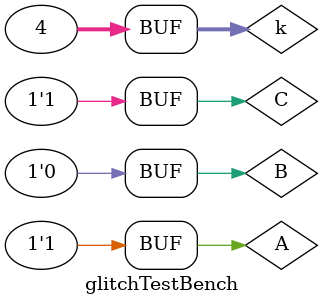
<source format=v>
`timescale 1ns / 1ps

module glitchTestBench();

reg A, B, C;
wire y;

integer k = 0;

glitch glitch_init(.A(A), .B(B), .C(C), .y(y));

initial begin
    // Initialize Inputs
    A = 0;
    B = 0;
    C = 0;

    // Wait 100 ns for global reset to finish
    // Add stimulus here

    for(k = 0; k < 4; k=k+1)
    begin
        {A,C} = k;
        #5 B = 1;
        #5 B = 0;
        #5 ;
    end
end

endmodule

</source>
